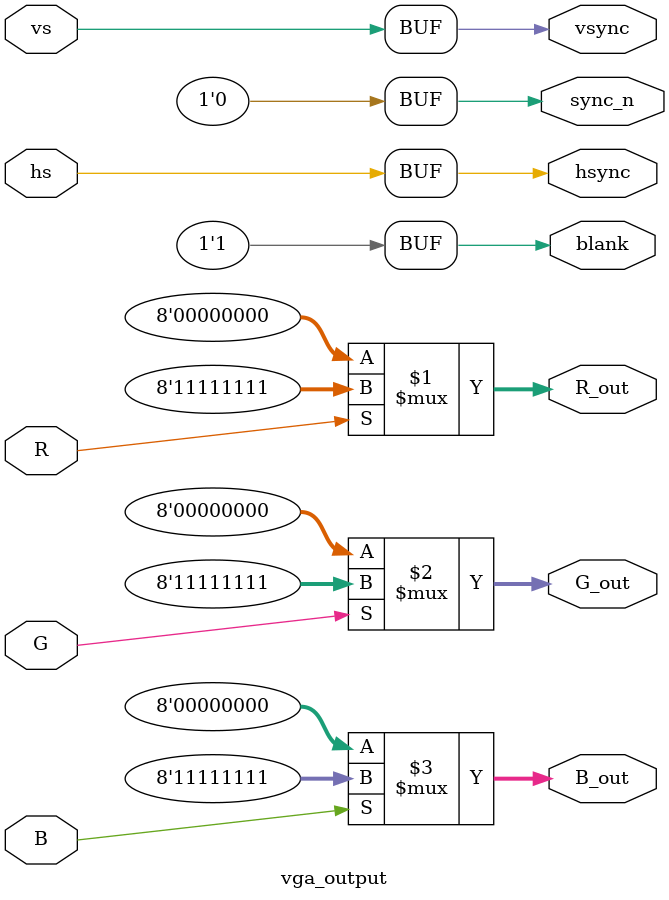
<source format=v>
module vga_output(
	input R,
	input G,
	input B,
	input hs,
	input vs, 
	output [7:0] R_out,
	output [7:0] G_out,
	output [7:0] B_out,
	output hsync,
	output vsync,
	output sync_n,
	output blank);
	
	assign R_out = R ? 8'b11111111 : 8'b00000000;
	assign G_out = G ? 8'b11111111 : 8'b00000000;
	assign B_out = B ? 8'b11111111 : 8'b00000000;
	
	assign hsync = hs;
	assign vsync = vs;
	assign sync_n = 1'b0;
	assign blank = 1'b1;
	
endmodule
</source>
